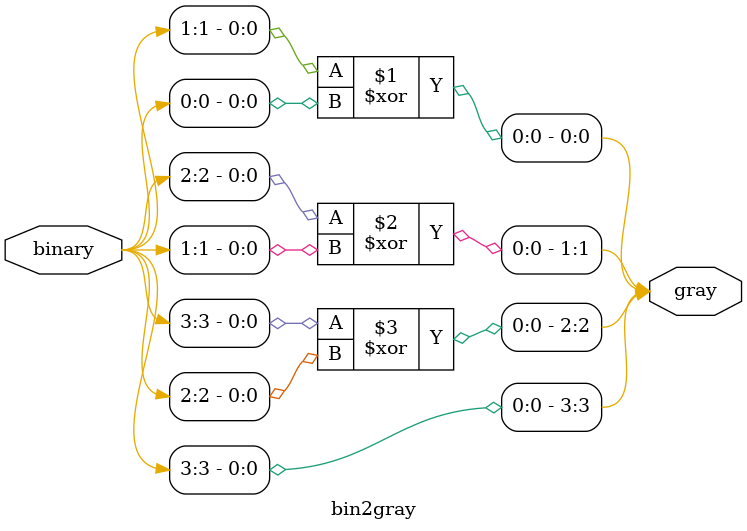
<source format=v>
module bin2gray (
    input [3:0] binary,
    output [3:0] gray
);

assign gray = {binary[3], binary[3]^binary[2], binary[2]^binary[1], binary[1]^binary[0]};
    
endmodule
</source>
